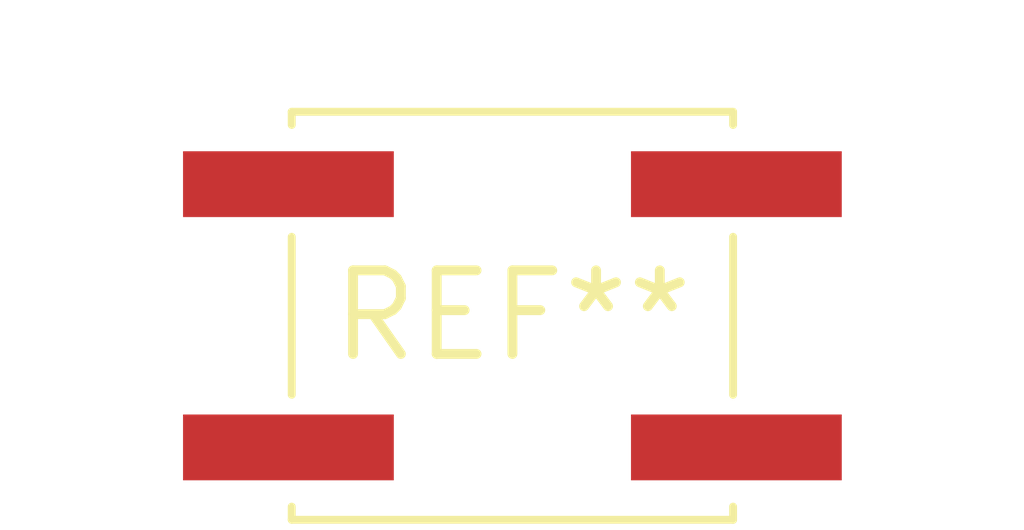
<source format=kicad_pcb>
(kicad_pcb (version 20240108) (generator pcbnew)
  (layers (0 "F.Cu" signal) (31 "B.Cu" signal) (34 "B.Paste" user) (35 "F.Paste" user) (36 "B.SilkS" user "B.Silkscreen") (37 "F.SilkS" user "F.Silkscreen") (38 "B.Mask" user) (39 "F.Mask" user) (44 "Edge.Cuts" user))
  (net 0 "")
  (footprint "SW_SPST_EVQQ2" (layer "F.Cu") (at 0 0)
    (property "Reference" "REF**")
    (property "Value" "SW_SPST_EVQQ2")
    (fp_line (start -3.35 -3.1) (end -3.35 -2.9) (layer "F.SilkS") (stroke (width 0.12)))
    (fp_line (start -3.35 -1.2) (end -3.35 1.2) (layer "F.SilkS") (stroke (width 0.12)))
    (fp_line (start -3.35 3.1) (end -3.35 2.9) (layer "F.SilkS") (stroke (width 0.12)))
    (fp_line (start -3.35 3.1) (end 3.35 3.1) (layer "F.SilkS") (stroke (width 0.12)))
    (fp_line (start 3.35 -3.1) (end -3.35 -3.1) (layer "F.SilkS") (stroke (width 0.12)))
    (fp_line (start 3.35 -3.1) (end 3.35 -2.9) (layer "F.SilkS") (stroke (width 0.12)))
    (fp_line (start 3.35 -1.2) (end 3.35 1.2) (layer "F.SilkS") (stroke (width 0.12)))
    (fp_line (start 3.35 3.1) (end 3.35 2.9) (layer "F.SilkS") (stroke (width 0.12)))
    (pad "1" smd rect (at -3.4 -2) (size 3.2 1) (layers "F.Cu" "F.Paste" "F.Mask"))
    (pad "1" smd rect (at 3.4 -2) (size 3.2 1) (layers "F.Cu" "F.Paste" "F.Mask"))
    (pad "2" smd rect (at -3.4 2) (size 3.2 1) (layers "F.Cu" "F.Paste" "F.Mask"))
    (pad "2" smd rect (at 3.4 2) (size 3.2 1) (layers "F.Cu" "F.Paste" "F.Mask"))
  )
)
</source>
